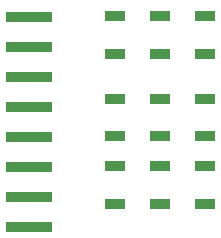
<source format=gtp>
%FSLAX33Y33*%
%MOMM*%
%AMRect-W820710-H1670710-RO0.500*
21,1,0.82071,1.67071,0.,0.,270*%
%AMRect-W820710-H1670710-RO1.500*
21,1,0.82071,1.67071,0.,0.,90*%
%ADD10Rect-W820710-H1670710-RO0.500*%
%ADD11R,4.X0.89*%
%ADD12Rect-W820710-H1670710-RO1.500*%
D10*
%LNtop paste_traces*%
%LNtop paste component 868628c6aa7037bb*%
G01*
X13589Y21641D03*
X13589Y18491D03*
%LNtop paste component 62b3e2272320442a*%
X9779Y21641D03*
X9779Y18491D03*
%LNtop paste component fd34238b57d531db*%
D11*
X2500Y3810D03*
X2500Y6350D03*
X2500Y8890D03*
X2500Y11430D03*
X2500Y13970D03*
X2500Y16510D03*
X2500Y19050D03*
X2500Y21590D03*
%LNtop paste component 95d8b9a3a25ae001*%
D10*
X17399Y14656D03*
X17399Y11506D03*
%LNtop paste component 70e29820ef631711*%
X13589Y14656D03*
X13589Y11506D03*
%LNtop paste component fe7c5379573a1454*%
D12*
X9779Y5791D03*
X9779Y8941D03*
%LNtop paste component 8f66079ef4103477*%
D10*
X9779Y14656D03*
X9779Y11506D03*
%LNtop paste component ffc9bcd939fe1c4a*%
D12*
X17399Y5791D03*
X17399Y8941D03*
%LNtop paste component 18bc913720ed4028*%
X13589Y5791D03*
X13589Y8941D03*
%LNtop paste component e4ae99b1e168a3db*%
D10*
X17399Y21641D03*
X17399Y18491D03*
M02*
</source>
